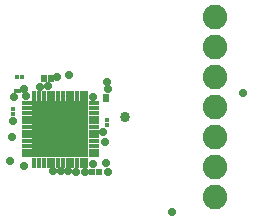
<source format=gts>
G75*
%MOIN*%
%OFA0B0*%
%FSLAX25Y25*%
%IPPOS*%
%LPD*%
%AMOC8*
5,1,8,0,0,1.08239X$1,22.5*
%
%ADD10R,0.03477X0.01706*%
%ADD11R,0.18910X0.18910*%
%ADD12R,0.01706X0.03477*%
%ADD13R,0.01292X0.01391*%
%ADD14R,0.01981X0.01587*%
%ADD15R,0.01784X0.01784*%
%ADD16R,0.02178X0.02375*%
%ADD17C,0.08200*%
%ADD18R,0.01633X0.01587*%
%ADD19C,0.02800*%
%ADD20C,0.03378*%
D10*
X0027646Y0027914D03*
X0027646Y0029489D03*
X0027646Y0031064D03*
X0027646Y0032639D03*
X0027646Y0034213D03*
X0027646Y0035788D03*
X0027646Y0037363D03*
X0027646Y0038938D03*
X0027646Y0040513D03*
X0027646Y0042087D03*
X0027646Y0043662D03*
X0027646Y0045237D03*
X0050166Y0045237D03*
X0050166Y0043662D03*
X0050166Y0042087D03*
X0050166Y0040513D03*
X0050166Y0038938D03*
X0050166Y0037363D03*
X0050166Y0035788D03*
X0050166Y0034213D03*
X0050166Y0032639D03*
X0050166Y0031064D03*
X0050166Y0029489D03*
X0050166Y0027914D03*
D11*
X0038906Y0036576D03*
D12*
X0038119Y0047835D03*
X0039694Y0047835D03*
X0041269Y0047835D03*
X0042843Y0047835D03*
X0044418Y0047835D03*
X0045993Y0047835D03*
X0047568Y0047835D03*
X0036544Y0047835D03*
X0034969Y0047835D03*
X0033394Y0047835D03*
X0031820Y0047835D03*
X0030245Y0047835D03*
X0030245Y0025316D03*
X0031820Y0025316D03*
X0033394Y0025316D03*
X0034969Y0025316D03*
X0036544Y0025316D03*
X0038119Y0025316D03*
X0039694Y0025316D03*
X0041269Y0025316D03*
X0042843Y0025316D03*
X0044418Y0025316D03*
X0045993Y0025316D03*
X0047568Y0025316D03*
D13*
X0053639Y0046351D03*
X0054569Y0046351D03*
X0054584Y0047721D03*
X0053654Y0047721D03*
X0025153Y0049242D03*
X0024223Y0049242D03*
D14*
X0033564Y0052981D03*
X0033564Y0054162D03*
X0035690Y0054162D03*
X0035690Y0052981D03*
D15*
X0023217Y0043413D03*
X0023217Y0041613D03*
X0054363Y0039787D03*
X0054363Y0037987D03*
D16*
X0051762Y0022448D03*
X0049321Y0022448D03*
D17*
X0090260Y0023992D03*
X0090260Y0033992D03*
X0090260Y0043992D03*
X0090260Y0053992D03*
X0090260Y0063992D03*
X0090260Y0073992D03*
X0090260Y0013992D03*
D18*
X0026121Y0054091D03*
X0024580Y0054091D03*
D19*
X0026657Y0024281D03*
X0022166Y0026103D03*
X0022641Y0034045D03*
X0023202Y0039465D03*
X0023469Y0047224D03*
X0027497Y0047670D03*
X0026709Y0050070D03*
X0032203Y0050574D03*
X0034603Y0050894D03*
X0037883Y0054072D03*
X0041744Y0054787D03*
X0049733Y0047496D03*
X0054631Y0049926D03*
X0054450Y0052481D03*
X0053135Y0035728D03*
X0053855Y0032359D03*
X0053981Y0025233D03*
X0054603Y0022223D03*
X0049860Y0025084D03*
X0047098Y0022334D03*
X0044078Y0022409D03*
X0041356Y0022577D03*
X0038956Y0022577D03*
X0036548Y0022745D03*
X0076103Y0009174D03*
X0099725Y0048544D03*
D20*
X0060355Y0040670D03*
X0045219Y0034002D03*
X0045197Y0030053D03*
X0040386Y0030107D03*
X0038816Y0037430D03*
M02*

</source>
